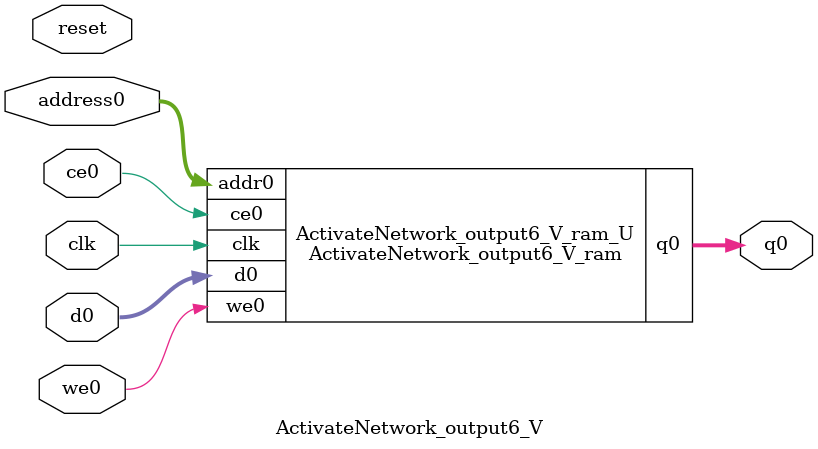
<source format=v>
`timescale 1 ns / 1 ps
module ActivateNetwork_output6_V_ram (addr0, ce0, d0, we0, q0,  clk);

parameter DWIDTH = 7;
parameter AWIDTH = 7;
parameter MEM_SIZE = 120;

input[AWIDTH-1:0] addr0;
input ce0;
input[DWIDTH-1:0] d0;
input we0;
output reg[DWIDTH-1:0] q0;
input clk;

(* ram_style = "distributed" *)reg [DWIDTH-1:0] ram[0:MEM_SIZE-1];




always @(posedge clk)  
begin 
    if (ce0) 
    begin
        if (we0) 
        begin 
            ram[addr0] <= d0; 
        end 
        q0 <= ram[addr0];
    end
end


endmodule

`timescale 1 ns / 1 ps
module ActivateNetwork_output6_V(
    reset,
    clk,
    address0,
    ce0,
    we0,
    d0,
    q0);

parameter DataWidth = 32'd7;
parameter AddressRange = 32'd120;
parameter AddressWidth = 32'd7;
input reset;
input clk;
input[AddressWidth - 1:0] address0;
input ce0;
input we0;
input[DataWidth - 1:0] d0;
output[DataWidth - 1:0] q0;



ActivateNetwork_output6_V_ram ActivateNetwork_output6_V_ram_U(
    .clk( clk ),
    .addr0( address0 ),
    .ce0( ce0 ),
    .we0( we0 ),
    .d0( d0 ),
    .q0( q0 ));

endmodule


</source>
